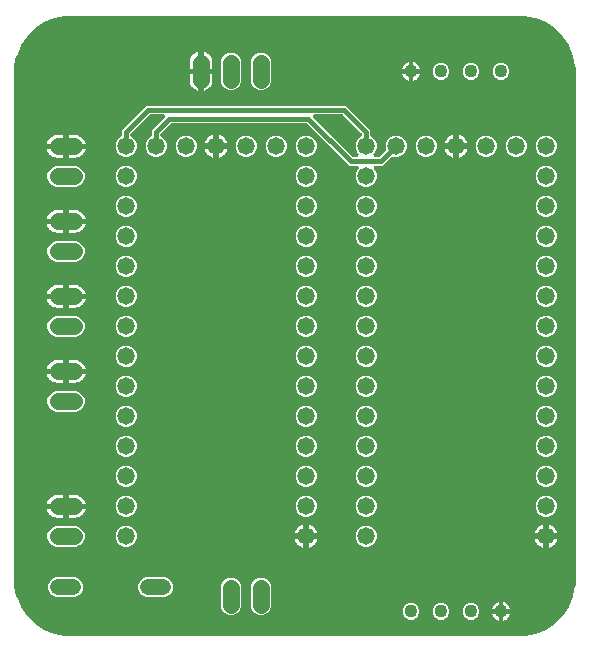
<source format=gbr>
G04 EAGLE Gerber RS-274X export*
G75*
%MOMM*%
%FSLAX34Y34*%
%LPD*%
%INBottom Copper*%
%IPPOS*%
%AMOC8*
5,1,8,0,0,1.08239X$1,22.5*%
G01*
%ADD10C,1.422400*%
%ADD11C,1.473200*%
%ADD12C,1.108000*%
%ADD13C,1.320800*%
%ADD14C,0.706400*%
%ADD15C,0.406400*%

G36*
X460043Y42197D02*
X460043Y42197D01*
X460100Y42195D01*
X464587Y42416D01*
X464658Y42426D01*
X464883Y42452D01*
X473684Y44203D01*
X473716Y44213D01*
X473750Y44217D01*
X474065Y44318D01*
X474069Y44320D01*
X474070Y44320D01*
X482356Y47753D01*
X482385Y47768D01*
X482417Y47779D01*
X482707Y47940D01*
X490168Y52926D01*
X490194Y52947D01*
X490223Y52964D01*
X490476Y53178D01*
X496822Y59524D01*
X496843Y59550D01*
X496868Y59572D01*
X497074Y59832D01*
X502060Y67293D01*
X502076Y67322D01*
X502096Y67349D01*
X502247Y67644D01*
X505682Y75935D01*
X505691Y75965D01*
X505694Y75971D01*
X505695Y75973D01*
X505706Y75997D01*
X505797Y76316D01*
X507548Y85117D01*
X507555Y85189D01*
X507584Y85413D01*
X507805Y89900D01*
X507803Y89944D01*
X507807Y90000D01*
X507807Y520000D01*
X507803Y520043D01*
X507805Y520100D01*
X507584Y524587D01*
X507574Y524658D01*
X507548Y524883D01*
X505797Y533684D01*
X505787Y533716D01*
X505783Y533750D01*
X505682Y534065D01*
X502247Y542356D01*
X502232Y542385D01*
X502221Y542417D01*
X502060Y542707D01*
X497074Y550168D01*
X497053Y550194D01*
X497036Y550223D01*
X496822Y550476D01*
X490476Y556822D01*
X490450Y556843D01*
X490428Y556868D01*
X490168Y557074D01*
X482707Y562060D01*
X482678Y562076D01*
X482651Y562096D01*
X482356Y562247D01*
X474065Y565682D01*
X474033Y565691D01*
X474003Y565706D01*
X473684Y565797D01*
X473680Y565798D01*
X464883Y567548D01*
X464811Y567555D01*
X464587Y567584D01*
X460100Y567805D01*
X460056Y567803D01*
X460000Y567807D01*
X80000Y567807D01*
X79957Y567803D01*
X79900Y567805D01*
X75413Y567584D01*
X75342Y567574D01*
X75117Y567548D01*
X66316Y565797D01*
X66284Y565787D01*
X66250Y565783D01*
X65935Y565682D01*
X65931Y565680D01*
X65930Y565680D01*
X57644Y562247D01*
X57615Y562232D01*
X57583Y562221D01*
X57293Y562060D01*
X49832Y557074D01*
X49806Y557053D01*
X49777Y557036D01*
X49524Y556822D01*
X43178Y550476D01*
X43157Y550450D01*
X43132Y550428D01*
X42926Y550168D01*
X37940Y542707D01*
X37925Y542678D01*
X37904Y542651D01*
X37753Y542356D01*
X34318Y534065D01*
X34309Y534033D01*
X34294Y534003D01*
X34203Y533684D01*
X32452Y524883D01*
X32445Y524811D01*
X32416Y524587D01*
X32195Y520100D01*
X32197Y520056D01*
X32193Y520000D01*
X32193Y90000D01*
X32197Y89957D01*
X32195Y89900D01*
X32416Y85413D01*
X32426Y85342D01*
X32452Y85117D01*
X34203Y76316D01*
X34207Y76302D01*
X34209Y76289D01*
X34214Y76272D01*
X34217Y76250D01*
X34318Y75935D01*
X37753Y67644D01*
X37768Y67615D01*
X37779Y67583D01*
X37940Y67293D01*
X42926Y59832D01*
X42947Y59806D01*
X42964Y59777D01*
X43178Y59524D01*
X49524Y53178D01*
X49550Y53157D01*
X49572Y53132D01*
X49832Y52926D01*
X57293Y47940D01*
X57322Y47925D01*
X57349Y47904D01*
X57644Y47753D01*
X65935Y44318D01*
X65967Y44309D01*
X65997Y44294D01*
X66316Y44203D01*
X66320Y44202D01*
X75117Y42452D01*
X75189Y42445D01*
X75413Y42416D01*
X79900Y42195D01*
X79944Y42197D01*
X80000Y42193D01*
X460000Y42193D01*
X460043Y42197D01*
G37*
%LPC*%
G36*
X328431Y422909D02*
X328431Y422909D01*
X325164Y424263D01*
X322663Y426764D01*
X321309Y430031D01*
X321309Y433569D01*
X322663Y436836D01*
X323302Y437476D01*
X323308Y437483D01*
X323315Y437488D01*
X323435Y437637D01*
X323557Y437787D01*
X323562Y437795D01*
X323567Y437802D01*
X323655Y437972D01*
X323746Y438143D01*
X323749Y438152D01*
X323753Y438159D01*
X323806Y438344D01*
X323861Y438529D01*
X323862Y438538D01*
X323864Y438546D01*
X323880Y438737D01*
X323897Y438930D01*
X323896Y438939D01*
X323897Y438948D01*
X323875Y439137D01*
X323854Y439330D01*
X323851Y439339D01*
X323850Y439347D01*
X323790Y439530D01*
X323732Y439714D01*
X323728Y439722D01*
X323725Y439730D01*
X323631Y439898D01*
X323537Y440066D01*
X323532Y440073D01*
X323527Y440081D01*
X323401Y440227D01*
X323277Y440373D01*
X323270Y440379D01*
X323264Y440386D01*
X323111Y440504D01*
X322961Y440623D01*
X322953Y440627D01*
X322946Y440632D01*
X322773Y440719D01*
X322602Y440805D01*
X322594Y440808D01*
X322586Y440812D01*
X322398Y440862D01*
X322214Y440913D01*
X322205Y440914D01*
X322197Y440916D01*
X321866Y440943D01*
X316027Y440943D01*
X313348Y443622D01*
X280522Y476448D01*
X280501Y476465D01*
X280484Y476486D01*
X280346Y476593D01*
X280210Y476703D01*
X280187Y476716D01*
X280165Y476732D01*
X280008Y476810D01*
X279854Y476892D01*
X279829Y476900D01*
X279805Y476912D01*
X279635Y476957D01*
X279469Y477007D01*
X279442Y477009D01*
X279416Y477016D01*
X279085Y477043D01*
X166115Y477043D01*
X166088Y477041D01*
X166061Y477043D01*
X165887Y477021D01*
X165714Y477003D01*
X165689Y476996D01*
X165662Y476992D01*
X165496Y476937D01*
X165329Y476885D01*
X165306Y476872D01*
X165280Y476864D01*
X165129Y476777D01*
X164975Y476693D01*
X164955Y476676D01*
X164931Y476663D01*
X164678Y476448D01*
X156552Y468322D01*
X156535Y468301D01*
X156514Y468283D01*
X156407Y468146D01*
X156297Y468010D01*
X156284Y467987D01*
X156268Y467965D01*
X156190Y467808D01*
X156108Y467654D01*
X156100Y467629D01*
X156088Y467605D01*
X156043Y467435D01*
X155993Y467269D01*
X155991Y467242D01*
X155984Y467216D01*
X155957Y466885D01*
X155957Y466707D01*
X155958Y466697D01*
X155957Y466688D01*
X155958Y466677D01*
X155957Y466663D01*
X155979Y466485D01*
X155997Y466307D01*
X156003Y466285D01*
X156006Y466263D01*
X156062Y466093D01*
X156115Y465922D01*
X156125Y465902D01*
X156132Y465881D01*
X156221Y465725D01*
X156307Y465568D01*
X156321Y465551D01*
X156332Y465531D01*
X156450Y465395D01*
X156564Y465258D01*
X156582Y465244D01*
X156596Y465228D01*
X156739Y465118D01*
X156878Y465006D01*
X156898Y464996D01*
X156916Y464982D01*
X157211Y464831D01*
X157436Y464737D01*
X159937Y462236D01*
X161291Y458969D01*
X161291Y455431D01*
X159937Y452164D01*
X157436Y449663D01*
X154169Y448309D01*
X150631Y448309D01*
X147364Y449663D01*
X144863Y452164D01*
X143509Y455431D01*
X143509Y458969D01*
X144863Y462236D01*
X147364Y464737D01*
X147589Y464831D01*
X147609Y464841D01*
X147630Y464848D01*
X147786Y464936D01*
X147944Y465021D01*
X147961Y465035D01*
X147981Y465046D01*
X148116Y465163D01*
X148255Y465277D01*
X148269Y465295D01*
X148286Y465309D01*
X148395Y465451D01*
X148508Y465590D01*
X148519Y465610D01*
X148532Y465627D01*
X148612Y465788D01*
X148695Y465946D01*
X148702Y465968D01*
X148712Y465988D01*
X148758Y466160D01*
X148808Y466333D01*
X148810Y466355D01*
X148816Y466377D01*
X148843Y466707D01*
X148843Y470673D01*
X151522Y473352D01*
X159334Y481164D01*
X159339Y481171D01*
X159346Y481176D01*
X159467Y481326D01*
X159589Y481475D01*
X159593Y481483D01*
X159599Y481490D01*
X159687Y481660D01*
X159777Y481831D01*
X159780Y481840D01*
X159784Y481847D01*
X159837Y482032D01*
X159892Y482217D01*
X159893Y482226D01*
X159895Y482234D01*
X159911Y482426D01*
X159929Y482618D01*
X159928Y482627D01*
X159928Y482636D01*
X159906Y482825D01*
X159885Y483018D01*
X159882Y483027D01*
X159881Y483035D01*
X159822Y483217D01*
X159764Y483402D01*
X159759Y483410D01*
X159757Y483418D01*
X159662Y483587D01*
X159569Y483754D01*
X159563Y483761D01*
X159559Y483769D01*
X159433Y483915D01*
X159308Y484061D01*
X159301Y484067D01*
X159296Y484074D01*
X159144Y484191D01*
X158992Y484311D01*
X158984Y484315D01*
X158977Y484320D01*
X158805Y484406D01*
X158634Y484493D01*
X158625Y484496D01*
X158617Y484500D01*
X158430Y484550D01*
X158246Y484601D01*
X158237Y484602D01*
X158228Y484604D01*
X157897Y484631D01*
X148257Y484631D01*
X148230Y484629D01*
X148203Y484631D01*
X148029Y484609D01*
X147856Y484591D01*
X147830Y484584D01*
X147804Y484580D01*
X147638Y484525D01*
X147471Y484473D01*
X147447Y484460D01*
X147422Y484452D01*
X147270Y484365D01*
X147117Y484281D01*
X147097Y484264D01*
X147073Y484251D01*
X146820Y484036D01*
X131152Y468368D01*
X131135Y468347D01*
X131114Y468330D01*
X131007Y468192D01*
X130897Y468056D01*
X130884Y468033D01*
X130868Y468011D01*
X130790Y467855D01*
X130708Y467701D01*
X130700Y467675D01*
X130688Y467651D01*
X130643Y467482D01*
X130593Y467315D01*
X130591Y467288D01*
X130584Y467262D01*
X130557Y466931D01*
X130557Y466707D01*
X130558Y466697D01*
X130557Y466688D01*
X130558Y466677D01*
X130557Y466663D01*
X130579Y466485D01*
X130597Y466307D01*
X130603Y466285D01*
X130606Y466263D01*
X130662Y466093D01*
X130715Y465922D01*
X130725Y465902D01*
X130732Y465881D01*
X130821Y465725D01*
X130907Y465568D01*
X130921Y465551D01*
X130932Y465531D01*
X131050Y465395D01*
X131164Y465258D01*
X131182Y465244D01*
X131196Y465228D01*
X131339Y465118D01*
X131478Y465006D01*
X131498Y464996D01*
X131516Y464982D01*
X131811Y464831D01*
X132036Y464737D01*
X134537Y462236D01*
X135891Y458969D01*
X135891Y455431D01*
X134537Y452164D01*
X132036Y449663D01*
X128769Y448309D01*
X125231Y448309D01*
X121964Y449663D01*
X119463Y452164D01*
X118109Y455431D01*
X118109Y458969D01*
X119463Y462236D01*
X121964Y464737D01*
X122189Y464831D01*
X122209Y464841D01*
X122230Y464848D01*
X122386Y464936D01*
X122544Y465021D01*
X122561Y465035D01*
X122581Y465046D01*
X122716Y465163D01*
X122855Y465277D01*
X122869Y465295D01*
X122886Y465309D01*
X122995Y465451D01*
X123108Y465590D01*
X123119Y465610D01*
X123132Y465627D01*
X123212Y465788D01*
X123295Y465946D01*
X123302Y465968D01*
X123312Y465988D01*
X123358Y466160D01*
X123408Y466333D01*
X123410Y466355D01*
X123416Y466377D01*
X123443Y466707D01*
X123443Y470719D01*
X144469Y491745D01*
X313188Y491745D01*
X333757Y471176D01*
X333757Y466707D01*
X333758Y466697D01*
X333757Y466688D01*
X333758Y466677D01*
X333757Y466663D01*
X333779Y466485D01*
X333797Y466307D01*
X333803Y466285D01*
X333806Y466263D01*
X333862Y466093D01*
X333915Y465922D01*
X333925Y465902D01*
X333932Y465881D01*
X334021Y465725D01*
X334107Y465568D01*
X334121Y465551D01*
X334132Y465531D01*
X334250Y465395D01*
X334364Y465258D01*
X334382Y465244D01*
X334396Y465228D01*
X334539Y465118D01*
X334678Y465006D01*
X334698Y464996D01*
X334716Y464982D01*
X335011Y464831D01*
X335236Y464737D01*
X337737Y462236D01*
X339091Y458969D01*
X339091Y455431D01*
X337737Y452164D01*
X337098Y451524D01*
X337092Y451517D01*
X337085Y451512D01*
X336965Y451363D01*
X336843Y451213D01*
X336838Y451205D01*
X336833Y451198D01*
X336745Y451028D01*
X336654Y450857D01*
X336651Y450848D01*
X336647Y450841D01*
X336594Y450656D01*
X336539Y450471D01*
X336538Y450462D01*
X336536Y450454D01*
X336520Y450263D01*
X336503Y450070D01*
X336504Y450061D01*
X336503Y450052D01*
X336525Y449863D01*
X336546Y449670D01*
X336549Y449661D01*
X336550Y449653D01*
X336610Y449470D01*
X336668Y449286D01*
X336672Y449278D01*
X336675Y449270D01*
X336770Y449101D01*
X336863Y448934D01*
X336868Y448927D01*
X336873Y448919D01*
X336999Y448773D01*
X337123Y448627D01*
X337130Y448621D01*
X337136Y448614D01*
X337289Y448496D01*
X337439Y448377D01*
X337447Y448373D01*
X337454Y448368D01*
X337627Y448281D01*
X337798Y448195D01*
X337806Y448192D01*
X337814Y448188D01*
X338002Y448138D01*
X338186Y448087D01*
X338195Y448086D01*
X338203Y448084D01*
X338534Y448057D01*
X340585Y448057D01*
X340612Y448059D01*
X340639Y448057D01*
X340813Y448079D01*
X340986Y448097D01*
X341011Y448104D01*
X341038Y448108D01*
X341204Y448163D01*
X341371Y448215D01*
X341395Y448228D01*
X341420Y448236D01*
X341571Y448323D01*
X341725Y448407D01*
X341745Y448424D01*
X341769Y448437D01*
X342022Y448652D01*
X346362Y452992D01*
X346377Y453010D01*
X346394Y453024D01*
X346504Y453165D01*
X346617Y453304D01*
X346628Y453324D01*
X346642Y453341D01*
X346722Y453501D01*
X346806Y453660D01*
X346812Y453681D01*
X346822Y453701D01*
X346870Y453874D01*
X346921Y454045D01*
X346923Y454068D01*
X346929Y454089D01*
X346941Y454267D01*
X346957Y454446D01*
X346955Y454469D01*
X346956Y454491D01*
X346933Y454668D01*
X346914Y454847D01*
X346907Y454868D01*
X346904Y454890D01*
X346803Y455206D01*
X346709Y455432D01*
X346709Y458969D01*
X348063Y462236D01*
X350564Y464737D01*
X353831Y466091D01*
X357369Y466091D01*
X360636Y464737D01*
X363137Y462236D01*
X364491Y458969D01*
X364491Y455431D01*
X363137Y452164D01*
X360636Y449663D01*
X357369Y448309D01*
X353832Y448309D01*
X353606Y448403D01*
X353585Y448409D01*
X353565Y448419D01*
X353392Y448467D01*
X353221Y448519D01*
X353198Y448521D01*
X353177Y448527D01*
X352997Y448540D01*
X352820Y448557D01*
X352798Y448555D01*
X352775Y448557D01*
X352597Y448534D01*
X352419Y448516D01*
X352398Y448509D01*
X352376Y448506D01*
X352206Y448449D01*
X352035Y448396D01*
X352015Y448385D01*
X351994Y448378D01*
X351839Y448289D01*
X351682Y448203D01*
X351665Y448188D01*
X351645Y448177D01*
X351392Y447962D01*
X344373Y440943D01*
X338534Y440943D01*
X338525Y440942D01*
X338516Y440943D01*
X338324Y440922D01*
X338133Y440903D01*
X338125Y440901D01*
X338116Y440900D01*
X337934Y440842D01*
X337748Y440785D01*
X337741Y440781D01*
X337732Y440778D01*
X337564Y440685D01*
X337394Y440593D01*
X337388Y440588D01*
X337380Y440583D01*
X337232Y440458D01*
X337085Y440336D01*
X337080Y440329D01*
X337073Y440323D01*
X336953Y440171D01*
X336833Y440022D01*
X336829Y440014D01*
X336823Y440007D01*
X336735Y439834D01*
X336647Y439665D01*
X336645Y439656D01*
X336641Y439648D01*
X336589Y439463D01*
X336536Y439278D01*
X336535Y439269D01*
X336533Y439260D01*
X336519Y439068D01*
X336503Y438876D01*
X336504Y438868D01*
X336503Y438859D01*
X336528Y438667D01*
X336550Y438477D01*
X336553Y438468D01*
X336554Y438459D01*
X336615Y438277D01*
X336675Y438094D01*
X336679Y438086D01*
X336682Y438078D01*
X336778Y437910D01*
X336873Y437743D01*
X336879Y437736D01*
X336883Y437729D01*
X337098Y437476D01*
X337737Y436836D01*
X339091Y433569D01*
X339091Y430031D01*
X337737Y426764D01*
X335236Y424263D01*
X331969Y422909D01*
X328431Y422909D01*
G37*
%LPD*%
G36*
X321875Y448058D02*
X321875Y448058D01*
X321884Y448057D01*
X322076Y448078D01*
X322267Y448097D01*
X322275Y448099D01*
X322284Y448100D01*
X322466Y448158D01*
X322652Y448215D01*
X322659Y448219D01*
X322668Y448222D01*
X322836Y448315D01*
X323006Y448407D01*
X323012Y448412D01*
X323020Y448417D01*
X323168Y448542D01*
X323315Y448664D01*
X323320Y448671D01*
X323327Y448677D01*
X323447Y448829D01*
X323567Y448978D01*
X323571Y448986D01*
X323577Y448993D01*
X323665Y449166D01*
X323753Y449335D01*
X323755Y449344D01*
X323759Y449352D01*
X323811Y449537D01*
X323864Y449722D01*
X323865Y449731D01*
X323867Y449740D01*
X323881Y449930D01*
X323897Y450124D01*
X323896Y450132D01*
X323897Y450141D01*
X323872Y450333D01*
X323850Y450523D01*
X323847Y450532D01*
X323846Y450541D01*
X323785Y450723D01*
X323725Y450906D01*
X323721Y450914D01*
X323718Y450922D01*
X323622Y451090D01*
X323527Y451257D01*
X323521Y451264D01*
X323517Y451271D01*
X323302Y451524D01*
X322663Y452164D01*
X321309Y455431D01*
X321309Y458969D01*
X322663Y462236D01*
X325164Y464737D01*
X325389Y464831D01*
X325409Y464841D01*
X325430Y464848D01*
X325586Y464936D01*
X325744Y465021D01*
X325761Y465035D01*
X325781Y465046D01*
X325916Y465163D01*
X326055Y465277D01*
X326069Y465295D01*
X326086Y465309D01*
X326195Y465451D01*
X326308Y465590D01*
X326319Y465610D01*
X326332Y465627D01*
X326412Y465788D01*
X326495Y465946D01*
X326502Y465968D01*
X326512Y465988D01*
X326558Y466160D01*
X326608Y466333D01*
X326610Y466355D01*
X326616Y466377D01*
X326643Y466707D01*
X326643Y467388D01*
X326641Y467415D01*
X326643Y467441D01*
X326621Y467615D01*
X326603Y467789D01*
X326596Y467814D01*
X326592Y467841D01*
X326537Y468006D01*
X326485Y468174D01*
X326472Y468197D01*
X326464Y468222D01*
X326377Y468374D01*
X326293Y468528D01*
X326276Y468548D01*
X326263Y468571D01*
X326048Y468824D01*
X310836Y484036D01*
X310816Y484053D01*
X310798Y484074D01*
X310660Y484181D01*
X310525Y484291D01*
X310501Y484304D01*
X310480Y484320D01*
X310323Y484398D01*
X310169Y484480D01*
X310144Y484488D01*
X310120Y484500D01*
X309950Y484545D01*
X309783Y484595D01*
X309757Y484597D01*
X309731Y484604D01*
X309400Y484631D01*
X287303Y484631D01*
X287294Y484630D01*
X287285Y484631D01*
X287091Y484610D01*
X286902Y484591D01*
X286894Y484589D01*
X286885Y484588D01*
X286700Y484529D01*
X286517Y484473D01*
X286509Y484469D01*
X286501Y484466D01*
X286332Y484373D01*
X286163Y484281D01*
X286156Y484276D01*
X286148Y484271D01*
X286001Y484147D01*
X285854Y484024D01*
X285848Y484017D01*
X285841Y484011D01*
X285722Y483859D01*
X285601Y483710D01*
X285597Y483702D01*
X285592Y483695D01*
X285504Y483522D01*
X285416Y483353D01*
X285413Y483344D01*
X285409Y483336D01*
X285357Y483150D01*
X285305Y482966D01*
X285304Y482957D01*
X285301Y482948D01*
X285287Y482755D01*
X285272Y482564D01*
X285273Y482556D01*
X285272Y482547D01*
X285296Y482354D01*
X285319Y482165D01*
X285321Y482156D01*
X285322Y482147D01*
X285384Y481965D01*
X285443Y481782D01*
X285448Y481774D01*
X285451Y481766D01*
X285547Y481599D01*
X285641Y481431D01*
X285647Y481424D01*
X285652Y481417D01*
X285866Y481164D01*
X318378Y448652D01*
X318399Y448635D01*
X318417Y448614D01*
X318554Y448507D01*
X318690Y448397D01*
X318713Y448384D01*
X318735Y448368D01*
X318892Y448290D01*
X319046Y448208D01*
X319071Y448200D01*
X319095Y448188D01*
X319265Y448143D01*
X319431Y448093D01*
X319458Y448091D01*
X319484Y448084D01*
X319815Y448057D01*
X321866Y448057D01*
X321875Y448058D01*
G37*
%LPC*%
G36*
X67370Y359663D02*
X67370Y359663D01*
X64196Y360978D01*
X61766Y363408D01*
X60451Y366582D01*
X60451Y370018D01*
X61766Y373192D01*
X64196Y375622D01*
X67370Y376937D01*
X85030Y376937D01*
X88204Y375622D01*
X90634Y373192D01*
X91949Y370018D01*
X91949Y366582D01*
X90634Y363408D01*
X88204Y360978D01*
X85030Y359663D01*
X67370Y359663D01*
G37*
%LPD*%
%LPC*%
G36*
X67370Y232663D02*
X67370Y232663D01*
X64196Y233978D01*
X61766Y236408D01*
X60451Y239582D01*
X60451Y243018D01*
X61766Y246192D01*
X64196Y248622D01*
X67370Y249937D01*
X85030Y249937D01*
X88204Y248622D01*
X90634Y246192D01*
X91949Y243018D01*
X91949Y239582D01*
X90634Y236408D01*
X88204Y233978D01*
X85030Y232663D01*
X67370Y232663D01*
G37*
%LPD*%
%LPC*%
G36*
X214182Y60451D02*
X214182Y60451D01*
X211008Y61766D01*
X208578Y64196D01*
X207263Y67370D01*
X207263Y85030D01*
X208578Y88204D01*
X211008Y90634D01*
X214182Y91949D01*
X217618Y91949D01*
X220792Y90634D01*
X223222Y88204D01*
X224537Y85030D01*
X224537Y67370D01*
X223222Y64196D01*
X220792Y61766D01*
X217618Y60451D01*
X214182Y60451D01*
G37*
%LPD*%
%LPC*%
G36*
X239582Y60451D02*
X239582Y60451D01*
X236408Y61766D01*
X233978Y64196D01*
X232663Y67370D01*
X232663Y85030D01*
X233978Y88204D01*
X236408Y90634D01*
X239582Y91949D01*
X243018Y91949D01*
X246192Y90634D01*
X248622Y88204D01*
X249937Y85030D01*
X249937Y67370D01*
X248622Y64196D01*
X246192Y61766D01*
X243018Y60451D01*
X239582Y60451D01*
G37*
%LPD*%
%LPC*%
G36*
X67370Y423163D02*
X67370Y423163D01*
X64196Y424478D01*
X61766Y426908D01*
X60451Y430082D01*
X60451Y433518D01*
X61766Y436692D01*
X64196Y439122D01*
X67370Y440437D01*
X85030Y440437D01*
X88204Y439122D01*
X90634Y436692D01*
X91949Y433518D01*
X91949Y430082D01*
X90634Y426908D01*
X88204Y424478D01*
X85030Y423163D01*
X67370Y423163D01*
G37*
%LPD*%
%LPC*%
G36*
X67370Y296163D02*
X67370Y296163D01*
X64196Y297478D01*
X61766Y299908D01*
X60451Y303082D01*
X60451Y306518D01*
X61766Y309692D01*
X64196Y312122D01*
X65125Y312507D01*
X65126Y312507D01*
X67370Y313437D01*
X85030Y313437D01*
X88204Y312122D01*
X90634Y309692D01*
X91949Y306518D01*
X91949Y303082D01*
X90634Y299908D01*
X88204Y297478D01*
X85030Y296163D01*
X67370Y296163D01*
G37*
%LPD*%
%LPC*%
G36*
X67370Y118363D02*
X67370Y118363D01*
X64196Y119678D01*
X61766Y122108D01*
X60451Y125282D01*
X60451Y128718D01*
X61766Y131892D01*
X64196Y134322D01*
X67370Y135637D01*
X85030Y135637D01*
X88204Y134322D01*
X90634Y131892D01*
X91949Y128718D01*
X91949Y125282D01*
X90634Y122108D01*
X88204Y119678D01*
X87104Y119222D01*
X85030Y118363D01*
X67370Y118363D01*
G37*
%LPD*%
%LPC*%
G36*
X214182Y504951D02*
X214182Y504951D01*
X211008Y506266D01*
X208578Y508696D01*
X207263Y511870D01*
X207263Y529530D01*
X208578Y532704D01*
X211008Y535134D01*
X212965Y535944D01*
X212965Y535945D01*
X214182Y536449D01*
X217618Y536449D01*
X220792Y535134D01*
X223222Y532704D01*
X224537Y529530D01*
X224537Y511870D01*
X223222Y508696D01*
X220792Y506266D01*
X217618Y504951D01*
X214182Y504951D01*
G37*
%LPD*%
%LPC*%
G36*
X239582Y504951D02*
X239582Y504951D01*
X236408Y506266D01*
X233978Y508696D01*
X232663Y511870D01*
X232663Y529530D01*
X233978Y532704D01*
X236408Y535134D01*
X238365Y535944D01*
X238365Y535945D01*
X239582Y536449D01*
X243018Y536449D01*
X246192Y535134D01*
X248622Y532704D01*
X249937Y529530D01*
X249937Y511870D01*
X248622Y508696D01*
X246192Y506266D01*
X243018Y504951D01*
X239582Y504951D01*
G37*
%LPD*%
%LPC*%
G36*
X67679Y75871D02*
X67679Y75871D01*
X64691Y77109D01*
X62405Y79395D01*
X61167Y82383D01*
X61167Y85617D01*
X62405Y88605D01*
X64691Y90891D01*
X67679Y92129D01*
X84121Y92129D01*
X87109Y90891D01*
X89395Y88605D01*
X90633Y85617D01*
X90633Y82383D01*
X89395Y79395D01*
X87109Y77109D01*
X84121Y75871D01*
X67679Y75871D01*
G37*
%LPD*%
%LPC*%
G36*
X143879Y75871D02*
X143879Y75871D01*
X140891Y77109D01*
X138605Y79395D01*
X137367Y82383D01*
X137367Y85617D01*
X138605Y88605D01*
X140891Y90891D01*
X143879Y92129D01*
X160321Y92129D01*
X163309Y90891D01*
X165595Y88605D01*
X166833Y85617D01*
X166833Y82383D01*
X165595Y79395D01*
X163309Y77109D01*
X160321Y75871D01*
X143879Y75871D01*
G37*
%LPD*%
%LPC*%
G36*
X480831Y397509D02*
X480831Y397509D01*
X477564Y398863D01*
X475063Y401364D01*
X473709Y404631D01*
X473709Y408169D01*
X475063Y411436D01*
X477564Y413937D01*
X477883Y414069D01*
X477883Y414070D01*
X480831Y415291D01*
X484369Y415291D01*
X487636Y413937D01*
X490137Y411436D01*
X491491Y408169D01*
X491491Y404631D01*
X490137Y401364D01*
X487636Y398863D01*
X484369Y397509D01*
X480831Y397509D01*
G37*
%LPD*%
%LPC*%
G36*
X328431Y397509D02*
X328431Y397509D01*
X325164Y398863D01*
X322663Y401364D01*
X321309Y404631D01*
X321309Y408169D01*
X322663Y411436D01*
X325164Y413937D01*
X325483Y414069D01*
X325483Y414070D01*
X328431Y415291D01*
X331969Y415291D01*
X335236Y413937D01*
X337737Y411436D01*
X339091Y408169D01*
X339091Y404631D01*
X337737Y401364D01*
X335236Y398863D01*
X331969Y397509D01*
X328431Y397509D01*
G37*
%LPD*%
%LPC*%
G36*
X277631Y397509D02*
X277631Y397509D01*
X274364Y398863D01*
X271863Y401364D01*
X270509Y404631D01*
X270509Y408169D01*
X271863Y411436D01*
X274364Y413937D01*
X274683Y414069D01*
X274683Y414070D01*
X277631Y415291D01*
X281169Y415291D01*
X284436Y413937D01*
X286937Y411436D01*
X288291Y408169D01*
X288291Y404631D01*
X286937Y401364D01*
X284436Y398863D01*
X281169Y397509D01*
X277631Y397509D01*
G37*
%LPD*%
%LPC*%
G36*
X125231Y397509D02*
X125231Y397509D01*
X121964Y398863D01*
X119463Y401364D01*
X118109Y404631D01*
X118109Y408169D01*
X119463Y411436D01*
X121964Y413937D01*
X122283Y414069D01*
X122283Y414070D01*
X125231Y415291D01*
X128769Y415291D01*
X132036Y413937D01*
X134537Y411436D01*
X135891Y408169D01*
X135891Y404631D01*
X134537Y401364D01*
X132036Y398863D01*
X128769Y397509D01*
X125231Y397509D01*
G37*
%LPD*%
%LPC*%
G36*
X480831Y422909D02*
X480831Y422909D01*
X477564Y424263D01*
X475063Y426764D01*
X473709Y430031D01*
X473709Y433569D01*
X475063Y436836D01*
X477564Y439337D01*
X480831Y440691D01*
X484369Y440691D01*
X487636Y439337D01*
X490137Y436836D01*
X491491Y433569D01*
X491491Y430031D01*
X490137Y426764D01*
X487636Y424263D01*
X484369Y422909D01*
X480831Y422909D01*
G37*
%LPD*%
%LPC*%
G36*
X277631Y422909D02*
X277631Y422909D01*
X274364Y424263D01*
X271863Y426764D01*
X270509Y430031D01*
X270509Y433569D01*
X271863Y436836D01*
X274364Y439337D01*
X277631Y440691D01*
X281169Y440691D01*
X284436Y439337D01*
X286937Y436836D01*
X288291Y433569D01*
X288291Y430031D01*
X286937Y426764D01*
X284436Y424263D01*
X281169Y422909D01*
X277631Y422909D01*
G37*
%LPD*%
%LPC*%
G36*
X125231Y422909D02*
X125231Y422909D01*
X121964Y424263D01*
X119463Y426764D01*
X118109Y430031D01*
X118109Y433569D01*
X119463Y436836D01*
X121964Y439337D01*
X125231Y440691D01*
X128769Y440691D01*
X132036Y439337D01*
X134537Y436836D01*
X135891Y433569D01*
X135891Y430031D01*
X134537Y426764D01*
X132036Y424263D01*
X128769Y422909D01*
X125231Y422909D01*
G37*
%LPD*%
%LPC*%
G36*
X277631Y143509D02*
X277631Y143509D01*
X274364Y144863D01*
X271863Y147364D01*
X270509Y150631D01*
X270509Y154169D01*
X271863Y157436D01*
X274364Y159937D01*
X277631Y161291D01*
X281169Y161291D01*
X284436Y159937D01*
X286937Y157436D01*
X288291Y154169D01*
X288291Y150631D01*
X286937Y147364D01*
X284436Y144863D01*
X281169Y143509D01*
X277631Y143509D01*
G37*
%LPD*%
%LPC*%
G36*
X125231Y143509D02*
X125231Y143509D01*
X121964Y144863D01*
X119463Y147364D01*
X118109Y150631D01*
X118109Y154169D01*
X119463Y157436D01*
X121964Y159937D01*
X125231Y161291D01*
X128769Y161291D01*
X132036Y159937D01*
X134537Y157436D01*
X135891Y154169D01*
X135891Y150631D01*
X134537Y147364D01*
X132036Y144863D01*
X128769Y143509D01*
X125231Y143509D01*
G37*
%LPD*%
%LPC*%
G36*
X125231Y321309D02*
X125231Y321309D01*
X121964Y322663D01*
X119463Y325164D01*
X118109Y328431D01*
X118109Y331969D01*
X119463Y335236D01*
X121964Y337737D01*
X125231Y339091D01*
X128769Y339091D01*
X132036Y337737D01*
X134537Y335236D01*
X135891Y331969D01*
X135891Y328431D01*
X134537Y325164D01*
X132036Y322663D01*
X128769Y321309D01*
X125231Y321309D01*
G37*
%LPD*%
%LPC*%
G36*
X480831Y346709D02*
X480831Y346709D01*
X477564Y348063D01*
X475063Y350564D01*
X473709Y353831D01*
X473709Y357369D01*
X475063Y360636D01*
X477564Y363137D01*
X480831Y364491D01*
X484369Y364491D01*
X487636Y363137D01*
X490137Y360636D01*
X491491Y357369D01*
X491491Y353831D01*
X490137Y350564D01*
X487636Y348063D01*
X484369Y346709D01*
X480831Y346709D01*
G37*
%LPD*%
%LPC*%
G36*
X328431Y346709D02*
X328431Y346709D01*
X325164Y348063D01*
X322663Y350564D01*
X321309Y353831D01*
X321309Y357369D01*
X322663Y360636D01*
X325164Y363137D01*
X328431Y364491D01*
X331969Y364491D01*
X335236Y363137D01*
X337737Y360636D01*
X339091Y357369D01*
X339091Y353831D01*
X337737Y350564D01*
X335236Y348063D01*
X331969Y346709D01*
X328431Y346709D01*
G37*
%LPD*%
%LPC*%
G36*
X277631Y346709D02*
X277631Y346709D01*
X274364Y348063D01*
X271863Y350564D01*
X270509Y353831D01*
X270509Y357369D01*
X271863Y360636D01*
X274364Y363137D01*
X277631Y364491D01*
X281169Y364491D01*
X284436Y363137D01*
X286937Y360636D01*
X288291Y357369D01*
X288291Y353831D01*
X286937Y350564D01*
X284436Y348063D01*
X281169Y346709D01*
X277631Y346709D01*
G37*
%LPD*%
%LPC*%
G36*
X125231Y346709D02*
X125231Y346709D01*
X121964Y348063D01*
X119463Y350564D01*
X118109Y353831D01*
X118109Y357369D01*
X119463Y360636D01*
X121964Y363137D01*
X125231Y364491D01*
X128769Y364491D01*
X132036Y363137D01*
X134537Y360636D01*
X135891Y357369D01*
X135891Y353831D01*
X134537Y350564D01*
X132036Y348063D01*
X128769Y346709D01*
X125231Y346709D01*
G37*
%LPD*%
%LPC*%
G36*
X480831Y321309D02*
X480831Y321309D01*
X477564Y322663D01*
X475063Y325164D01*
X473709Y328431D01*
X473709Y331969D01*
X475063Y335236D01*
X477564Y337737D01*
X480831Y339091D01*
X484369Y339091D01*
X487636Y337737D01*
X490137Y335236D01*
X491491Y331969D01*
X491491Y328431D01*
X490137Y325164D01*
X487636Y322663D01*
X484369Y321309D01*
X480831Y321309D01*
G37*
%LPD*%
%LPC*%
G36*
X328431Y321309D02*
X328431Y321309D01*
X325164Y322663D01*
X322663Y325164D01*
X321309Y328431D01*
X321309Y331969D01*
X322663Y335236D01*
X325164Y337737D01*
X328431Y339091D01*
X331969Y339091D01*
X335236Y337737D01*
X337737Y335236D01*
X339091Y331969D01*
X339091Y328431D01*
X337737Y325164D01*
X335236Y322663D01*
X331969Y321309D01*
X328431Y321309D01*
G37*
%LPD*%
%LPC*%
G36*
X277631Y321309D02*
X277631Y321309D01*
X274364Y322663D01*
X271863Y325164D01*
X270509Y328431D01*
X270509Y331969D01*
X271863Y335236D01*
X274364Y337737D01*
X277631Y339091D01*
X281169Y339091D01*
X284436Y337737D01*
X286937Y335236D01*
X288291Y331969D01*
X288291Y328431D01*
X286937Y325164D01*
X284436Y322663D01*
X281169Y321309D01*
X277631Y321309D01*
G37*
%LPD*%
%LPC*%
G36*
X125231Y168909D02*
X125231Y168909D01*
X121964Y170263D01*
X119463Y172764D01*
X118109Y176031D01*
X118109Y179569D01*
X119463Y182836D01*
X121964Y185337D01*
X125231Y186691D01*
X128769Y186691D01*
X132036Y185337D01*
X134537Y182836D01*
X135891Y179569D01*
X135891Y176031D01*
X134537Y172764D01*
X132036Y170263D01*
X128769Y168909D01*
X125231Y168909D01*
G37*
%LPD*%
%LPC*%
G36*
X480831Y245109D02*
X480831Y245109D01*
X477564Y246463D01*
X475063Y248964D01*
X473709Y252231D01*
X473709Y255769D01*
X475063Y259036D01*
X477564Y261537D01*
X480831Y262891D01*
X484369Y262891D01*
X487636Y261537D01*
X490137Y259036D01*
X491491Y255769D01*
X491491Y252231D01*
X490137Y248964D01*
X487636Y246463D01*
X484369Y245109D01*
X480831Y245109D01*
G37*
%LPD*%
%LPC*%
G36*
X328431Y245109D02*
X328431Y245109D01*
X325164Y246463D01*
X322663Y248964D01*
X321309Y252231D01*
X321309Y255769D01*
X322663Y259036D01*
X325164Y261537D01*
X328431Y262891D01*
X331969Y262891D01*
X335236Y261537D01*
X337737Y259036D01*
X339091Y255769D01*
X339091Y252231D01*
X337737Y248964D01*
X335236Y246463D01*
X331969Y245109D01*
X328431Y245109D01*
G37*
%LPD*%
%LPC*%
G36*
X277631Y245109D02*
X277631Y245109D01*
X274364Y246463D01*
X271863Y248964D01*
X270509Y252231D01*
X270509Y255769D01*
X271863Y259036D01*
X274364Y261537D01*
X277631Y262891D01*
X281169Y262891D01*
X284436Y261537D01*
X286937Y259036D01*
X288291Y255769D01*
X288291Y252231D01*
X286937Y248964D01*
X284436Y246463D01*
X281169Y245109D01*
X277631Y245109D01*
G37*
%LPD*%
%LPC*%
G36*
X252231Y448309D02*
X252231Y448309D01*
X248964Y449663D01*
X246463Y452164D01*
X245109Y455431D01*
X245109Y458969D01*
X246463Y462236D01*
X248964Y464737D01*
X252231Y466091D01*
X255769Y466091D01*
X259036Y464737D01*
X261537Y462236D01*
X262891Y458969D01*
X262891Y455431D01*
X261537Y452164D01*
X259036Y449663D01*
X255769Y448309D01*
X252231Y448309D01*
G37*
%LPD*%
%LPC*%
G36*
X226831Y448309D02*
X226831Y448309D01*
X223564Y449663D01*
X221063Y452164D01*
X219709Y455431D01*
X219709Y458969D01*
X221063Y462236D01*
X223564Y464737D01*
X226831Y466091D01*
X230369Y466091D01*
X233636Y464737D01*
X236137Y462236D01*
X237491Y458969D01*
X237491Y455431D01*
X236137Y452164D01*
X233636Y449663D01*
X230369Y448309D01*
X226831Y448309D01*
G37*
%LPD*%
%LPC*%
G36*
X480831Y448309D02*
X480831Y448309D01*
X477564Y449663D01*
X475063Y452164D01*
X473709Y455431D01*
X473709Y458969D01*
X475063Y462236D01*
X477564Y464737D01*
X480831Y466091D01*
X484369Y466091D01*
X487636Y464737D01*
X490137Y462236D01*
X491491Y458969D01*
X491491Y455431D01*
X490137Y452164D01*
X487636Y449663D01*
X484369Y448309D01*
X480831Y448309D01*
G37*
%LPD*%
%LPC*%
G36*
X277631Y448309D02*
X277631Y448309D01*
X274364Y449663D01*
X271863Y452164D01*
X270509Y455431D01*
X270509Y458969D01*
X271863Y462236D01*
X274364Y464737D01*
X277631Y466091D01*
X281169Y466091D01*
X284436Y464737D01*
X286937Y462236D01*
X288291Y458969D01*
X288291Y455431D01*
X286937Y452164D01*
X284436Y449663D01*
X281169Y448309D01*
X277631Y448309D01*
G37*
%LPD*%
%LPC*%
G36*
X176031Y448309D02*
X176031Y448309D01*
X172764Y449663D01*
X170263Y452164D01*
X168909Y455431D01*
X168909Y458969D01*
X170263Y462236D01*
X172764Y464737D01*
X176031Y466091D01*
X179569Y466091D01*
X182836Y464737D01*
X185337Y462236D01*
X186691Y458969D01*
X186691Y455431D01*
X185337Y452164D01*
X182836Y449663D01*
X179569Y448309D01*
X176031Y448309D01*
G37*
%LPD*%
%LPC*%
G36*
X455431Y448309D02*
X455431Y448309D01*
X452164Y449663D01*
X449663Y452164D01*
X448309Y455431D01*
X448309Y458969D01*
X449663Y462236D01*
X452164Y464737D01*
X455431Y466091D01*
X458969Y466091D01*
X462236Y464737D01*
X464737Y462236D01*
X466091Y458969D01*
X466091Y455431D01*
X464737Y452164D01*
X462236Y449663D01*
X458969Y448309D01*
X455431Y448309D01*
G37*
%LPD*%
%LPC*%
G36*
X430031Y448309D02*
X430031Y448309D01*
X426764Y449663D01*
X424263Y452164D01*
X422909Y455431D01*
X422909Y458969D01*
X424263Y462236D01*
X426764Y464737D01*
X430031Y466091D01*
X433569Y466091D01*
X436836Y464737D01*
X439337Y462236D01*
X440691Y458969D01*
X440691Y455431D01*
X439337Y452164D01*
X436836Y449663D01*
X433569Y448309D01*
X430031Y448309D01*
G37*
%LPD*%
%LPC*%
G36*
X379231Y448309D02*
X379231Y448309D01*
X375964Y449663D01*
X373463Y452164D01*
X372109Y455431D01*
X372109Y458969D01*
X373463Y462236D01*
X375964Y464737D01*
X379231Y466091D01*
X382769Y466091D01*
X386036Y464737D01*
X388537Y462236D01*
X389891Y458969D01*
X389891Y455431D01*
X388537Y452164D01*
X386036Y449663D01*
X382769Y448309D01*
X379231Y448309D01*
G37*
%LPD*%
%LPC*%
G36*
X125231Y245109D02*
X125231Y245109D01*
X121964Y246463D01*
X119463Y248964D01*
X118109Y252231D01*
X118109Y255769D01*
X119463Y259036D01*
X121964Y261537D01*
X125231Y262891D01*
X128769Y262891D01*
X132036Y261537D01*
X134537Y259036D01*
X135891Y255769D01*
X135891Y252231D01*
X134537Y248964D01*
X132036Y246463D01*
X128769Y245109D01*
X125231Y245109D01*
G37*
%LPD*%
%LPC*%
G36*
X480831Y168909D02*
X480831Y168909D01*
X477564Y170263D01*
X475063Y172764D01*
X473709Y176031D01*
X473709Y179569D01*
X475063Y182836D01*
X477564Y185337D01*
X480831Y186691D01*
X484369Y186691D01*
X487636Y185337D01*
X490137Y182836D01*
X491491Y179569D01*
X491491Y176031D01*
X490137Y172764D01*
X487636Y170263D01*
X484369Y168909D01*
X480831Y168909D01*
G37*
%LPD*%
%LPC*%
G36*
X328431Y168909D02*
X328431Y168909D01*
X325164Y170263D01*
X322663Y172764D01*
X321309Y176031D01*
X321309Y179569D01*
X322663Y182836D01*
X325164Y185337D01*
X328431Y186691D01*
X331969Y186691D01*
X335236Y185337D01*
X337737Y182836D01*
X339091Y179569D01*
X339091Y176031D01*
X337737Y172764D01*
X335236Y170263D01*
X331969Y168909D01*
X328431Y168909D01*
G37*
%LPD*%
%LPC*%
G36*
X277631Y168909D02*
X277631Y168909D01*
X274364Y170263D01*
X271863Y172764D01*
X270509Y176031D01*
X270509Y179569D01*
X271863Y182836D01*
X274364Y185337D01*
X277631Y186691D01*
X281169Y186691D01*
X284436Y185337D01*
X286937Y182836D01*
X288291Y179569D01*
X288291Y176031D01*
X286937Y172764D01*
X284436Y170263D01*
X281169Y168909D01*
X277631Y168909D01*
G37*
%LPD*%
%LPC*%
G36*
X480831Y143509D02*
X480831Y143509D01*
X477564Y144863D01*
X475063Y147364D01*
X473709Y150631D01*
X473709Y154169D01*
X475063Y157436D01*
X477564Y159937D01*
X480831Y161291D01*
X484369Y161291D01*
X487636Y159937D01*
X490137Y157436D01*
X491491Y154169D01*
X491491Y150631D01*
X490137Y147364D01*
X487636Y144863D01*
X484369Y143509D01*
X480831Y143509D01*
G37*
%LPD*%
%LPC*%
G36*
X328431Y143509D02*
X328431Y143509D01*
X325164Y144863D01*
X322663Y147364D01*
X321309Y150631D01*
X321309Y154169D01*
X322663Y157436D01*
X325164Y159937D01*
X328431Y161291D01*
X331969Y161291D01*
X335236Y159937D01*
X337737Y157436D01*
X339091Y154169D01*
X339091Y150631D01*
X337737Y147364D01*
X335236Y144863D01*
X331969Y143509D01*
X328431Y143509D01*
G37*
%LPD*%
%LPC*%
G36*
X480831Y372109D02*
X480831Y372109D01*
X477564Y373463D01*
X475063Y375964D01*
X473709Y379231D01*
X473709Y382769D01*
X475063Y386036D01*
X477564Y388537D01*
X480831Y389891D01*
X484369Y389891D01*
X487636Y388537D01*
X490137Y386036D01*
X491491Y382769D01*
X491491Y379231D01*
X490137Y375964D01*
X487636Y373463D01*
X486829Y373128D01*
X484369Y372109D01*
X480831Y372109D01*
G37*
%LPD*%
%LPC*%
G36*
X125231Y372109D02*
X125231Y372109D01*
X121964Y373463D01*
X119463Y375964D01*
X118109Y379231D01*
X118109Y382769D01*
X119463Y386036D01*
X121964Y388537D01*
X125231Y389891D01*
X128769Y389891D01*
X132036Y388537D01*
X134537Y386036D01*
X135891Y382769D01*
X135891Y379231D01*
X134537Y375964D01*
X132036Y373463D01*
X131229Y373128D01*
X128769Y372109D01*
X125231Y372109D01*
G37*
%LPD*%
%LPC*%
G36*
X328431Y372109D02*
X328431Y372109D01*
X325164Y373463D01*
X322663Y375964D01*
X321309Y379231D01*
X321309Y382769D01*
X322663Y386036D01*
X325164Y388537D01*
X328431Y389891D01*
X331969Y389891D01*
X335236Y388537D01*
X337737Y386036D01*
X339091Y382769D01*
X339091Y379231D01*
X337737Y375964D01*
X335236Y373463D01*
X334429Y373128D01*
X331969Y372109D01*
X328431Y372109D01*
G37*
%LPD*%
%LPC*%
G36*
X277631Y372109D02*
X277631Y372109D01*
X274364Y373463D01*
X271863Y375964D01*
X270509Y379231D01*
X270509Y382769D01*
X271863Y386036D01*
X274364Y388537D01*
X277631Y389891D01*
X281169Y389891D01*
X284436Y388537D01*
X286937Y386036D01*
X288291Y382769D01*
X288291Y379231D01*
X286937Y375964D01*
X284436Y373463D01*
X283629Y373128D01*
X281169Y372109D01*
X277631Y372109D01*
G37*
%LPD*%
%LPC*%
G36*
X125231Y118109D02*
X125231Y118109D01*
X121964Y119463D01*
X119463Y121964D01*
X118109Y125231D01*
X118109Y128769D01*
X119463Y132036D01*
X121964Y134537D01*
X124984Y135788D01*
X125231Y135891D01*
X128769Y135891D01*
X132036Y134537D01*
X134537Y132036D01*
X135891Y128769D01*
X135891Y125231D01*
X134537Y121964D01*
X132036Y119463D01*
X128769Y118109D01*
X125231Y118109D01*
G37*
%LPD*%
%LPC*%
G36*
X328431Y118109D02*
X328431Y118109D01*
X325164Y119463D01*
X322663Y121964D01*
X321309Y125231D01*
X321309Y128769D01*
X322663Y132036D01*
X325164Y134537D01*
X328184Y135788D01*
X328431Y135891D01*
X331969Y135891D01*
X335236Y134537D01*
X337737Y132036D01*
X339091Y128769D01*
X339091Y125231D01*
X337737Y121964D01*
X335236Y119463D01*
X331969Y118109D01*
X328431Y118109D01*
G37*
%LPD*%
%LPC*%
G36*
X277631Y219709D02*
X277631Y219709D01*
X274364Y221063D01*
X271863Y223564D01*
X270509Y226831D01*
X270509Y230369D01*
X271863Y233636D01*
X274364Y236137D01*
X277294Y237351D01*
X277631Y237491D01*
X281169Y237491D01*
X284436Y236137D01*
X286937Y233636D01*
X288291Y230369D01*
X288291Y226831D01*
X286937Y223564D01*
X284436Y221063D01*
X281169Y219709D01*
X277631Y219709D01*
G37*
%LPD*%
%LPC*%
G36*
X480831Y219709D02*
X480831Y219709D01*
X477564Y221063D01*
X475063Y223564D01*
X473709Y226831D01*
X473709Y230369D01*
X475063Y233636D01*
X477564Y236137D01*
X480494Y237351D01*
X480831Y237491D01*
X484369Y237491D01*
X487636Y236137D01*
X490137Y233636D01*
X491491Y230369D01*
X491491Y226831D01*
X490137Y223564D01*
X487636Y221063D01*
X484369Y219709D01*
X480831Y219709D01*
G37*
%LPD*%
%LPC*%
G36*
X125231Y219709D02*
X125231Y219709D01*
X121964Y221063D01*
X119463Y223564D01*
X118109Y226831D01*
X118109Y230369D01*
X119463Y233636D01*
X121964Y236137D01*
X124894Y237351D01*
X125231Y237491D01*
X128769Y237491D01*
X132036Y236137D01*
X134537Y233636D01*
X135891Y230369D01*
X135891Y226831D01*
X134537Y223564D01*
X132036Y221063D01*
X128769Y219709D01*
X125231Y219709D01*
G37*
%LPD*%
%LPC*%
G36*
X328431Y219709D02*
X328431Y219709D01*
X325164Y221063D01*
X322663Y223564D01*
X321309Y226831D01*
X321309Y230369D01*
X322663Y233636D01*
X325164Y236137D01*
X328094Y237351D01*
X328431Y237491D01*
X331969Y237491D01*
X335236Y236137D01*
X337737Y233636D01*
X339091Y230369D01*
X339091Y226831D01*
X337737Y223564D01*
X335236Y221063D01*
X331969Y219709D01*
X328431Y219709D01*
G37*
%LPD*%
%LPC*%
G36*
X277631Y270509D02*
X277631Y270509D01*
X274364Y271863D01*
X271863Y274364D01*
X270509Y277631D01*
X270509Y281169D01*
X271863Y284436D01*
X274364Y286937D01*
X277631Y288291D01*
X281169Y288291D01*
X284436Y286937D01*
X286937Y284436D01*
X288291Y281169D01*
X288291Y277631D01*
X286937Y274364D01*
X284436Y271863D01*
X283720Y271566D01*
X283719Y271566D01*
X281169Y270509D01*
X277631Y270509D01*
G37*
%LPD*%
%LPC*%
G36*
X328431Y270509D02*
X328431Y270509D01*
X325164Y271863D01*
X322663Y274364D01*
X321309Y277631D01*
X321309Y281169D01*
X322663Y284436D01*
X325164Y286937D01*
X328431Y288291D01*
X331969Y288291D01*
X335236Y286937D01*
X337737Y284436D01*
X339091Y281169D01*
X339091Y277631D01*
X337737Y274364D01*
X335236Y271863D01*
X334520Y271566D01*
X334519Y271566D01*
X331969Y270509D01*
X328431Y270509D01*
G37*
%LPD*%
%LPC*%
G36*
X480831Y270509D02*
X480831Y270509D01*
X477564Y271863D01*
X475063Y274364D01*
X473709Y277631D01*
X473709Y281169D01*
X475063Y284436D01*
X477564Y286937D01*
X480831Y288291D01*
X484369Y288291D01*
X487636Y286937D01*
X490137Y284436D01*
X491491Y281169D01*
X491491Y277631D01*
X490137Y274364D01*
X487636Y271863D01*
X486920Y271566D01*
X486919Y271566D01*
X484369Y270509D01*
X480831Y270509D01*
G37*
%LPD*%
%LPC*%
G36*
X125231Y270509D02*
X125231Y270509D01*
X121964Y271863D01*
X119463Y274364D01*
X118109Y277631D01*
X118109Y281169D01*
X119463Y284436D01*
X121964Y286937D01*
X125231Y288291D01*
X128769Y288291D01*
X132036Y286937D01*
X134537Y284436D01*
X135891Y281169D01*
X135891Y277631D01*
X134537Y274364D01*
X132036Y271863D01*
X131320Y271566D01*
X131319Y271566D01*
X128769Y270509D01*
X125231Y270509D01*
G37*
%LPD*%
%LPC*%
G36*
X125231Y194309D02*
X125231Y194309D01*
X121964Y195663D01*
X119463Y198164D01*
X118109Y201431D01*
X118109Y204969D01*
X119463Y208236D01*
X121964Y210737D01*
X122464Y210944D01*
X122464Y210945D01*
X125231Y212091D01*
X128769Y212091D01*
X132036Y210737D01*
X134537Y208236D01*
X135891Y204969D01*
X135891Y201431D01*
X134537Y198164D01*
X132036Y195663D01*
X128936Y194378D01*
X128935Y194378D01*
X128769Y194309D01*
X125231Y194309D01*
G37*
%LPD*%
%LPC*%
G36*
X277631Y194309D02*
X277631Y194309D01*
X274364Y195663D01*
X271863Y198164D01*
X270509Y201431D01*
X270509Y204969D01*
X271863Y208236D01*
X274364Y210737D01*
X274864Y210944D01*
X274864Y210945D01*
X277631Y212091D01*
X281169Y212091D01*
X284436Y210737D01*
X286937Y208236D01*
X288291Y204969D01*
X288291Y201431D01*
X286937Y198164D01*
X284436Y195663D01*
X281336Y194378D01*
X281335Y194378D01*
X281169Y194309D01*
X277631Y194309D01*
G37*
%LPD*%
%LPC*%
G36*
X480831Y194309D02*
X480831Y194309D01*
X477564Y195663D01*
X475063Y198164D01*
X473709Y201431D01*
X473709Y204969D01*
X475063Y208236D01*
X477564Y210737D01*
X478064Y210944D01*
X478064Y210945D01*
X480831Y212091D01*
X484369Y212091D01*
X487636Y210737D01*
X490137Y208236D01*
X491491Y204969D01*
X491491Y201431D01*
X490137Y198164D01*
X487636Y195663D01*
X484536Y194378D01*
X484535Y194378D01*
X484369Y194309D01*
X480831Y194309D01*
G37*
%LPD*%
%LPC*%
G36*
X328431Y194309D02*
X328431Y194309D01*
X325164Y195663D01*
X322663Y198164D01*
X321309Y201431D01*
X321309Y204969D01*
X322663Y208236D01*
X325164Y210737D01*
X325664Y210944D01*
X325664Y210945D01*
X328431Y212091D01*
X331969Y212091D01*
X335236Y210737D01*
X337737Y208236D01*
X339091Y204969D01*
X339091Y201431D01*
X337737Y198164D01*
X335236Y195663D01*
X332136Y194378D01*
X332135Y194378D01*
X331969Y194309D01*
X328431Y194309D01*
G37*
%LPD*%
%LPC*%
G36*
X480831Y295909D02*
X480831Y295909D01*
X477564Y297263D01*
X475063Y299764D01*
X473709Y303031D01*
X473709Y306569D01*
X475063Y309836D01*
X477564Y312337D01*
X477974Y312507D01*
X480831Y313691D01*
X484369Y313691D01*
X487636Y312337D01*
X490137Y309836D01*
X491491Y306569D01*
X491491Y303031D01*
X490137Y299764D01*
X487636Y297263D01*
X484445Y295941D01*
X484369Y295909D01*
X480831Y295909D01*
G37*
%LPD*%
%LPC*%
G36*
X328431Y295909D02*
X328431Y295909D01*
X325164Y297263D01*
X322663Y299764D01*
X321309Y303031D01*
X321309Y306569D01*
X322663Y309836D01*
X325164Y312337D01*
X325574Y312507D01*
X328431Y313691D01*
X331969Y313691D01*
X335236Y312337D01*
X337737Y309836D01*
X339091Y306569D01*
X339091Y303031D01*
X337737Y299764D01*
X335236Y297263D01*
X332045Y295941D01*
X331969Y295909D01*
X328431Y295909D01*
G37*
%LPD*%
%LPC*%
G36*
X125231Y295909D02*
X125231Y295909D01*
X121964Y297263D01*
X119463Y299764D01*
X118109Y303031D01*
X118109Y306569D01*
X119463Y309836D01*
X121964Y312337D01*
X122374Y312507D01*
X125231Y313691D01*
X128769Y313691D01*
X132036Y312337D01*
X134537Y309836D01*
X135891Y306569D01*
X135891Y303031D01*
X134537Y299764D01*
X132036Y297263D01*
X128845Y295941D01*
X128769Y295909D01*
X125231Y295909D01*
G37*
%LPD*%
%LPC*%
G36*
X277631Y295909D02*
X277631Y295909D01*
X274364Y297263D01*
X271863Y299764D01*
X270509Y303031D01*
X270509Y306569D01*
X271863Y309836D01*
X274364Y312337D01*
X274774Y312507D01*
X277631Y313691D01*
X281169Y313691D01*
X284436Y312337D01*
X286937Y309836D01*
X288291Y306569D01*
X288291Y303031D01*
X286937Y299764D01*
X284436Y297263D01*
X281245Y295941D01*
X281169Y295909D01*
X277631Y295909D01*
G37*
%LPD*%
%LPC*%
G36*
X443095Y513635D02*
X443095Y513635D01*
X440498Y514711D01*
X438511Y516698D01*
X437435Y519295D01*
X437435Y522105D01*
X438511Y524702D01*
X440498Y526689D01*
X443095Y527765D01*
X445905Y527765D01*
X448502Y526689D01*
X450489Y524702D01*
X451565Y522105D01*
X451565Y519295D01*
X450489Y516698D01*
X448502Y514711D01*
X445905Y513635D01*
X443095Y513635D01*
G37*
%LPD*%
%LPC*%
G36*
X417695Y513635D02*
X417695Y513635D01*
X415098Y514711D01*
X413111Y516698D01*
X412035Y519295D01*
X412035Y522105D01*
X413111Y524702D01*
X415098Y526689D01*
X417695Y527765D01*
X420505Y527765D01*
X423102Y526689D01*
X425089Y524702D01*
X426165Y522105D01*
X426165Y519295D01*
X425089Y516698D01*
X423102Y514711D01*
X420505Y513635D01*
X417695Y513635D01*
G37*
%LPD*%
%LPC*%
G36*
X392295Y513635D02*
X392295Y513635D01*
X389698Y514711D01*
X387711Y516698D01*
X386635Y519295D01*
X386635Y522105D01*
X387711Y524702D01*
X389698Y526689D01*
X392295Y527765D01*
X395105Y527765D01*
X397702Y526689D01*
X399689Y524702D01*
X400765Y522105D01*
X400765Y519295D01*
X399689Y516698D01*
X397702Y514711D01*
X395105Y513635D01*
X392295Y513635D01*
G37*
%LPD*%
%LPC*%
G36*
X417695Y56435D02*
X417695Y56435D01*
X415098Y57511D01*
X413111Y59498D01*
X412035Y62095D01*
X412035Y64905D01*
X413111Y67502D01*
X415098Y69489D01*
X417695Y70565D01*
X420505Y70565D01*
X423102Y69489D01*
X425089Y67502D01*
X426165Y64905D01*
X426165Y62095D01*
X425089Y59498D01*
X423102Y57511D01*
X420505Y56435D01*
X417695Y56435D01*
G37*
%LPD*%
%LPC*%
G36*
X392295Y56435D02*
X392295Y56435D01*
X389698Y57511D01*
X387711Y59498D01*
X386635Y62095D01*
X386635Y64905D01*
X387711Y67502D01*
X389698Y69489D01*
X392295Y70565D01*
X395105Y70565D01*
X397702Y69489D01*
X399689Y67502D01*
X400765Y64905D01*
X400765Y62095D01*
X399689Y59498D01*
X397702Y57511D01*
X395105Y56435D01*
X392295Y56435D01*
G37*
%LPD*%
%LPC*%
G36*
X366895Y56435D02*
X366895Y56435D01*
X364298Y57511D01*
X362311Y59498D01*
X361235Y62095D01*
X361235Y64905D01*
X362311Y67502D01*
X364298Y69489D01*
X366895Y70565D01*
X369705Y70565D01*
X372302Y69489D01*
X374289Y67502D01*
X375365Y64905D01*
X375365Y62095D01*
X374289Y59498D01*
X372302Y57511D01*
X369705Y56435D01*
X366895Y56435D01*
G37*
%LPD*%
%LPC*%
G36*
X192785Y522985D02*
X192785Y522985D01*
X192785Y537219D01*
X194205Y536758D01*
X195559Y536068D01*
X196788Y535175D01*
X197863Y534100D01*
X198756Y532871D01*
X199446Y531517D01*
X199915Y530072D01*
X200153Y528572D01*
X200153Y522985D01*
X192785Y522985D01*
G37*
%LPD*%
%LPC*%
G36*
X78485Y395985D02*
X78485Y395985D01*
X78485Y403353D01*
X84072Y403353D01*
X85572Y403115D01*
X87017Y402646D01*
X88371Y401956D01*
X89600Y401063D01*
X90675Y399988D01*
X91568Y398759D01*
X92258Y397405D01*
X92719Y395985D01*
X78485Y395985D01*
G37*
%LPD*%
%LPC*%
G36*
X78485Y268985D02*
X78485Y268985D01*
X78485Y276353D01*
X84072Y276353D01*
X85572Y276115D01*
X87017Y275646D01*
X88371Y274956D01*
X89600Y274063D01*
X90675Y272988D01*
X91568Y271759D01*
X92258Y270405D01*
X92719Y268985D01*
X78485Y268985D01*
G37*
%LPD*%
%LPC*%
G36*
X78485Y332485D02*
X78485Y332485D01*
X78485Y339853D01*
X84072Y339853D01*
X85572Y339615D01*
X87017Y339146D01*
X88371Y338456D01*
X89600Y337563D01*
X90675Y336488D01*
X91568Y335259D01*
X92258Y333905D01*
X92719Y332485D01*
X78485Y332485D01*
G37*
%LPD*%
%LPC*%
G36*
X78485Y154685D02*
X78485Y154685D01*
X78485Y162053D01*
X84072Y162053D01*
X85572Y161815D01*
X87017Y161346D01*
X88371Y160656D01*
X89600Y159763D01*
X90675Y158688D01*
X91568Y157459D01*
X92258Y156105D01*
X92719Y154685D01*
X78485Y154685D01*
G37*
%LPD*%
%LPC*%
G36*
X78485Y459485D02*
X78485Y459485D01*
X78485Y466853D01*
X84072Y466853D01*
X85572Y466615D01*
X87017Y466146D01*
X88371Y465456D01*
X89600Y464563D01*
X90675Y463488D01*
X91568Y462259D01*
X92258Y460905D01*
X92719Y459485D01*
X78485Y459485D01*
G37*
%LPD*%
%LPC*%
G36*
X59681Y154685D02*
X59681Y154685D01*
X60142Y156105D01*
X60832Y157459D01*
X61725Y158688D01*
X62800Y159763D01*
X64029Y160656D01*
X65383Y161346D01*
X66828Y161815D01*
X68328Y162053D01*
X73915Y162053D01*
X73915Y154685D01*
X59681Y154685D01*
G37*
%LPD*%
%LPC*%
G36*
X192785Y518415D02*
X192785Y518415D01*
X200153Y518415D01*
X200153Y512828D01*
X199915Y511328D01*
X199446Y509883D01*
X198756Y508529D01*
X197863Y507300D01*
X196788Y506225D01*
X195559Y505332D01*
X194205Y504642D01*
X192785Y504181D01*
X192785Y518415D01*
G37*
%LPD*%
%LPC*%
G36*
X59681Y395985D02*
X59681Y395985D01*
X60142Y397405D01*
X60832Y398759D01*
X61725Y399988D01*
X62800Y401063D01*
X64029Y401956D01*
X65383Y402646D01*
X66828Y403115D01*
X68328Y403353D01*
X73915Y403353D01*
X73915Y395985D01*
X59681Y395985D01*
G37*
%LPD*%
%LPC*%
G36*
X59681Y268985D02*
X59681Y268985D01*
X60142Y270405D01*
X60832Y271759D01*
X61725Y272988D01*
X62800Y274063D01*
X64029Y274956D01*
X65383Y275646D01*
X66828Y276115D01*
X68328Y276353D01*
X73915Y276353D01*
X73915Y268985D01*
X59681Y268985D01*
G37*
%LPD*%
%LPC*%
G36*
X59681Y332485D02*
X59681Y332485D01*
X60142Y333905D01*
X60832Y335259D01*
X61725Y336488D01*
X62800Y337563D01*
X64029Y338456D01*
X65383Y339146D01*
X66828Y339615D01*
X68328Y339853D01*
X73915Y339853D01*
X73915Y332485D01*
X59681Y332485D01*
G37*
%LPD*%
%LPC*%
G36*
X59681Y459485D02*
X59681Y459485D01*
X60142Y460905D01*
X60832Y462259D01*
X61725Y463488D01*
X62800Y464563D01*
X64029Y465456D01*
X65383Y466146D01*
X66828Y466615D01*
X68328Y466853D01*
X73915Y466853D01*
X73915Y459485D01*
X59681Y459485D01*
G37*
%LPD*%
%LPC*%
G36*
X78485Y142747D02*
X78485Y142747D01*
X78485Y150115D01*
X92719Y150115D01*
X92258Y148695D01*
X91568Y147341D01*
X90675Y146112D01*
X89600Y145037D01*
X88371Y144144D01*
X87017Y143454D01*
X85572Y142985D01*
X84072Y142747D01*
X78485Y142747D01*
G37*
%LPD*%
%LPC*%
G36*
X180847Y522985D02*
X180847Y522985D01*
X180847Y528572D01*
X181085Y530072D01*
X181554Y531517D01*
X182244Y532871D01*
X183137Y534100D01*
X184212Y535175D01*
X185441Y536068D01*
X186795Y536758D01*
X188215Y537219D01*
X188215Y522985D01*
X180847Y522985D01*
G37*
%LPD*%
%LPC*%
G36*
X78485Y384047D02*
X78485Y384047D01*
X78485Y391415D01*
X92719Y391415D01*
X92258Y389995D01*
X91568Y388641D01*
X90675Y387412D01*
X89600Y386337D01*
X88371Y385444D01*
X87017Y384754D01*
X85572Y384285D01*
X84072Y384047D01*
X78485Y384047D01*
G37*
%LPD*%
%LPC*%
G36*
X78485Y257047D02*
X78485Y257047D01*
X78485Y264415D01*
X92719Y264415D01*
X92258Y262995D01*
X91568Y261641D01*
X90675Y260412D01*
X89600Y259337D01*
X88371Y258444D01*
X87017Y257754D01*
X85572Y257285D01*
X84072Y257047D01*
X78485Y257047D01*
G37*
%LPD*%
%LPC*%
G36*
X78485Y447547D02*
X78485Y447547D01*
X78485Y454915D01*
X92719Y454915D01*
X92258Y453495D01*
X91568Y452141D01*
X90675Y450912D01*
X89600Y449837D01*
X88371Y448944D01*
X87017Y448254D01*
X85572Y447785D01*
X84072Y447547D01*
X78485Y447547D01*
G37*
%LPD*%
%LPC*%
G36*
X78485Y320547D02*
X78485Y320547D01*
X78485Y327915D01*
X92719Y327915D01*
X92258Y326495D01*
X91568Y325141D01*
X90675Y323912D01*
X89600Y322837D01*
X88371Y321944D01*
X87017Y321254D01*
X85572Y320785D01*
X84072Y320547D01*
X78485Y320547D01*
G37*
%LPD*%
%LPC*%
G36*
X68328Y447547D02*
X68328Y447547D01*
X66828Y447785D01*
X65383Y448254D01*
X64029Y448944D01*
X62800Y449837D01*
X61725Y450912D01*
X60832Y452141D01*
X60142Y453495D01*
X59681Y454915D01*
X73915Y454915D01*
X73915Y447547D01*
X68328Y447547D01*
G37*
%LPD*%
%LPC*%
G36*
X68328Y320547D02*
X68328Y320547D01*
X66828Y320785D01*
X65383Y321254D01*
X64029Y321944D01*
X62800Y322837D01*
X61725Y323912D01*
X60832Y325141D01*
X60142Y326495D01*
X59681Y327915D01*
X73915Y327915D01*
X73915Y320547D01*
X68328Y320547D01*
G37*
%LPD*%
%LPC*%
G36*
X68328Y257047D02*
X68328Y257047D01*
X66828Y257285D01*
X65383Y257754D01*
X64029Y258444D01*
X62800Y259337D01*
X61725Y260412D01*
X60832Y261641D01*
X60142Y262995D01*
X59681Y264415D01*
X73915Y264415D01*
X73915Y257047D01*
X68328Y257047D01*
G37*
%LPD*%
%LPC*%
G36*
X68328Y142747D02*
X68328Y142747D01*
X66828Y142985D01*
X65383Y143454D01*
X64029Y144144D01*
X62800Y145037D01*
X61725Y146112D01*
X60832Y147341D01*
X60142Y148695D01*
X59681Y150115D01*
X73915Y150115D01*
X73915Y142747D01*
X68328Y142747D01*
G37*
%LPD*%
%LPC*%
G36*
X68328Y384047D02*
X68328Y384047D01*
X66828Y384285D01*
X65383Y384754D01*
X64029Y385444D01*
X62800Y386337D01*
X61725Y387412D01*
X60832Y388641D01*
X60142Y389995D01*
X59681Y391415D01*
X73915Y391415D01*
X73915Y384047D01*
X68328Y384047D01*
G37*
%LPD*%
%LPC*%
G36*
X186795Y504642D02*
X186795Y504642D01*
X185441Y505332D01*
X184212Y506225D01*
X183137Y507300D01*
X182244Y508529D01*
X181554Y509883D01*
X181085Y511328D01*
X180847Y512828D01*
X180847Y518415D01*
X188215Y518415D01*
X188215Y504181D01*
X186795Y504642D01*
G37*
%LPD*%
%LPC*%
G36*
X205612Y459612D02*
X205612Y459612D01*
X205612Y466833D01*
X207003Y466381D01*
X208392Y465673D01*
X209654Y464756D01*
X210756Y463654D01*
X211673Y462392D01*
X212381Y461003D01*
X212833Y459612D01*
X205612Y459612D01*
G37*
%LPD*%
%LPC*%
G36*
X408812Y459612D02*
X408812Y459612D01*
X408812Y466833D01*
X410203Y466381D01*
X411592Y465673D01*
X412854Y464756D01*
X413956Y463654D01*
X414873Y462392D01*
X415581Y461003D01*
X416033Y459612D01*
X408812Y459612D01*
G37*
%LPD*%
%LPC*%
G36*
X281812Y129412D02*
X281812Y129412D01*
X281812Y136633D01*
X283203Y136181D01*
X284592Y135473D01*
X285854Y134556D01*
X286956Y133454D01*
X287873Y132192D01*
X288581Y130803D01*
X289033Y129412D01*
X281812Y129412D01*
G37*
%LPD*%
%LPC*%
G36*
X485012Y129412D02*
X485012Y129412D01*
X485012Y136633D01*
X486403Y136181D01*
X487792Y135473D01*
X489054Y134556D01*
X490156Y133454D01*
X491073Y132192D01*
X491781Y130803D01*
X492233Y129412D01*
X485012Y129412D01*
G37*
%LPD*%
%LPC*%
G36*
X193567Y459612D02*
X193567Y459612D01*
X194019Y461003D01*
X194727Y462392D01*
X195644Y463654D01*
X196746Y464756D01*
X198008Y465673D01*
X199397Y466381D01*
X200788Y466833D01*
X200788Y459612D01*
X193567Y459612D01*
G37*
%LPD*%
%LPC*%
G36*
X396767Y459612D02*
X396767Y459612D01*
X397219Y461003D01*
X397927Y462392D01*
X398844Y463654D01*
X399946Y464756D01*
X401208Y465673D01*
X402597Y466381D01*
X403988Y466833D01*
X403988Y459612D01*
X396767Y459612D01*
G37*
%LPD*%
%LPC*%
G36*
X269767Y129412D02*
X269767Y129412D01*
X270219Y130803D01*
X270927Y132192D01*
X271844Y133454D01*
X272946Y134556D01*
X274208Y135473D01*
X275597Y136181D01*
X276988Y136633D01*
X276988Y129412D01*
X269767Y129412D01*
G37*
%LPD*%
%LPC*%
G36*
X485012Y124588D02*
X485012Y124588D01*
X492233Y124588D01*
X491781Y123197D01*
X491073Y121808D01*
X490156Y120546D01*
X489054Y119444D01*
X487792Y118527D01*
X486403Y117819D01*
X485012Y117367D01*
X485012Y124588D01*
G37*
%LPD*%
%LPC*%
G36*
X281812Y124588D02*
X281812Y124588D01*
X289033Y124588D01*
X288581Y123197D01*
X287873Y121808D01*
X286956Y120546D01*
X285854Y119444D01*
X284592Y118527D01*
X283203Y117819D01*
X281812Y117367D01*
X281812Y124588D01*
G37*
%LPD*%
%LPC*%
G36*
X472967Y129412D02*
X472967Y129412D01*
X473419Y130803D01*
X474127Y132192D01*
X475044Y133454D01*
X476146Y134556D01*
X477408Y135473D01*
X478797Y136181D01*
X480188Y136633D01*
X480188Y129412D01*
X472967Y129412D01*
G37*
%LPD*%
%LPC*%
G36*
X205612Y454788D02*
X205612Y454788D01*
X212833Y454788D01*
X212381Y453397D01*
X211673Y452008D01*
X210756Y450746D01*
X209654Y449644D01*
X208392Y448727D01*
X207003Y448019D01*
X205612Y447567D01*
X205612Y454788D01*
G37*
%LPD*%
%LPC*%
G36*
X408812Y454788D02*
X408812Y454788D01*
X416033Y454788D01*
X415581Y453397D01*
X414873Y452008D01*
X413956Y450746D01*
X412854Y449644D01*
X411592Y448727D01*
X410203Y448019D01*
X408812Y447567D01*
X408812Y454788D01*
G37*
%LPD*%
%LPC*%
G36*
X478797Y117819D02*
X478797Y117819D01*
X477408Y118527D01*
X476146Y119444D01*
X475044Y120546D01*
X474127Y121808D01*
X473419Y123197D01*
X472967Y124588D01*
X480188Y124588D01*
X480188Y117367D01*
X478797Y117819D01*
G37*
%LPD*%
%LPC*%
G36*
X275597Y117819D02*
X275597Y117819D01*
X274208Y118527D01*
X272946Y119444D01*
X271844Y120546D01*
X270927Y121808D01*
X270219Y123197D01*
X269767Y124588D01*
X276988Y124588D01*
X276988Y117367D01*
X275597Y117819D01*
G37*
%LPD*%
%LPC*%
G36*
X199397Y448019D02*
X199397Y448019D01*
X198008Y448727D01*
X196746Y449644D01*
X195644Y450746D01*
X194727Y452008D01*
X194019Y453397D01*
X193567Y454788D01*
X200788Y454788D01*
X200788Y447567D01*
X199397Y448019D01*
G37*
%LPD*%
%LPC*%
G36*
X402597Y448019D02*
X402597Y448019D01*
X401208Y448727D01*
X399946Y449644D01*
X398844Y450746D01*
X397927Y452008D01*
X397219Y453397D01*
X396767Y454788D01*
X403988Y454788D01*
X403988Y447567D01*
X402597Y448019D01*
G37*
%LPD*%
%LPC*%
G36*
X370331Y522731D02*
X370331Y522731D01*
X370331Y528535D01*
X370657Y528470D01*
X372128Y527861D01*
X373451Y526977D01*
X374577Y525851D01*
X375461Y524528D01*
X376070Y523057D01*
X376135Y522731D01*
X370331Y522731D01*
G37*
%LPD*%
%LPC*%
G36*
X446531Y65531D02*
X446531Y65531D01*
X446531Y71335D01*
X446857Y71270D01*
X448328Y70661D01*
X449651Y69777D01*
X450777Y68651D01*
X451661Y67328D01*
X452270Y65857D01*
X452335Y65531D01*
X446531Y65531D01*
G37*
%LPD*%
%LPC*%
G36*
X370331Y518669D02*
X370331Y518669D01*
X376135Y518669D01*
X376070Y518343D01*
X375461Y516872D01*
X374577Y515549D01*
X373451Y514423D01*
X372128Y513539D01*
X370657Y512930D01*
X370331Y512865D01*
X370331Y518669D01*
G37*
%LPD*%
%LPC*%
G36*
X360465Y522731D02*
X360465Y522731D01*
X360530Y523057D01*
X361139Y524528D01*
X362023Y525851D01*
X363149Y526977D01*
X364472Y527861D01*
X365943Y528470D01*
X366269Y528535D01*
X366269Y522731D01*
X360465Y522731D01*
G37*
%LPD*%
%LPC*%
G36*
X436665Y65531D02*
X436665Y65531D01*
X436730Y65857D01*
X437339Y67328D01*
X438223Y68651D01*
X439349Y69777D01*
X440672Y70661D01*
X442143Y71270D01*
X442469Y71335D01*
X442469Y65531D01*
X436665Y65531D01*
G37*
%LPD*%
%LPC*%
G36*
X446531Y61469D02*
X446531Y61469D01*
X452335Y61469D01*
X452270Y61143D01*
X451661Y59672D01*
X450777Y58349D01*
X449651Y57223D01*
X448328Y56339D01*
X446857Y55730D01*
X446531Y55665D01*
X446531Y61469D01*
G37*
%LPD*%
%LPC*%
G36*
X365943Y512930D02*
X365943Y512930D01*
X364472Y513539D01*
X363149Y514423D01*
X362023Y515549D01*
X361139Y516872D01*
X360530Y518343D01*
X360465Y518669D01*
X366269Y518669D01*
X366269Y512865D01*
X365943Y512930D01*
G37*
%LPD*%
%LPC*%
G36*
X442143Y55730D02*
X442143Y55730D01*
X440672Y56339D01*
X439349Y57223D01*
X438223Y58349D01*
X437339Y59672D01*
X436730Y61143D01*
X436665Y61469D01*
X442469Y61469D01*
X442469Y55665D01*
X442143Y55730D01*
G37*
%LPD*%
D10*
X69088Y127000D02*
X83312Y127000D01*
X83312Y152400D02*
X69088Y152400D01*
X69088Y431800D02*
X83312Y431800D01*
X83312Y457200D02*
X69088Y457200D01*
X69088Y368300D02*
X83312Y368300D01*
X83312Y393700D02*
X69088Y393700D01*
X69088Y304800D02*
X83312Y304800D01*
X83312Y330200D02*
X69088Y330200D01*
X69088Y241300D02*
X83312Y241300D01*
X83312Y266700D02*
X69088Y266700D01*
X241300Y83312D02*
X241300Y69088D01*
X215900Y69088D02*
X215900Y83312D01*
X190500Y513588D02*
X190500Y527812D01*
X215900Y527812D02*
X215900Y513588D01*
X241300Y513588D02*
X241300Y527812D01*
D11*
X279400Y127000D03*
X279400Y152400D03*
X279400Y177800D03*
X279400Y203200D03*
X279400Y228600D03*
X279400Y254000D03*
X279400Y279400D03*
X279400Y304800D03*
X279400Y330200D03*
X279400Y355600D03*
X279400Y381000D03*
X279400Y406400D03*
X279400Y431800D03*
X279400Y457200D03*
X254000Y457200D03*
X228600Y457200D03*
X203200Y457200D03*
X177800Y457200D03*
X152400Y457200D03*
X127000Y457200D03*
X127000Y431800D03*
X127000Y406400D03*
X127000Y381000D03*
X127000Y355600D03*
X127000Y330200D03*
X127000Y304800D03*
X127000Y279400D03*
X127000Y254000D03*
X127000Y228600D03*
X127000Y203200D03*
X127000Y177800D03*
X127000Y152400D03*
X127000Y127000D03*
X482600Y127000D03*
X482600Y152400D03*
X482600Y177800D03*
X482600Y203200D03*
X482600Y228600D03*
X482600Y254000D03*
X482600Y279400D03*
X482600Y304800D03*
X482600Y330200D03*
X482600Y355600D03*
X482600Y381000D03*
X482600Y406400D03*
X482600Y431800D03*
X482600Y457200D03*
X457200Y457200D03*
X431800Y457200D03*
X406400Y457200D03*
X381000Y457200D03*
X355600Y457200D03*
X330200Y457200D03*
X330200Y431800D03*
X330200Y406400D03*
X330200Y381000D03*
X330200Y355600D03*
X330200Y330200D03*
X330200Y304800D03*
X330200Y279400D03*
X330200Y254000D03*
X330200Y228600D03*
X330200Y203200D03*
X330200Y177800D03*
X330200Y152400D03*
X330200Y127000D03*
D12*
X444500Y63500D03*
X419100Y63500D03*
X393700Y63500D03*
X368300Y63500D03*
X419100Y520700D03*
X393700Y520700D03*
X368300Y520700D03*
X444500Y520700D03*
D13*
X158704Y84000D02*
X145496Y84000D01*
X82504Y84000D02*
X69296Y84000D01*
D14*
X63500Y63500D03*
X88900Y63500D03*
X457200Y63500D03*
X482600Y63500D03*
X482600Y88900D03*
X401400Y160100D03*
X406400Y254000D03*
X406400Y342900D03*
X406400Y431800D03*
X457200Y546100D03*
X482600Y546100D03*
X482600Y520700D03*
X88900Y546100D03*
X63500Y546100D03*
X63500Y520700D03*
X203200Y431800D03*
X203200Y342900D03*
X203200Y254000D03*
X203200Y132400D03*
X327500Y520700D03*
X287500Y520700D03*
X357500Y405700D03*
X442500Y405700D03*
X361400Y302900D03*
X441400Y302900D03*
X441400Y277900D03*
X361400Y277900D03*
X163200Y174000D03*
X203200Y174000D03*
X243200Y174000D03*
X436400Y491800D03*
X471400Y491800D03*
X138200Y506800D03*
X103200Y486800D03*
X78200Y194000D03*
X168200Y342900D03*
X243200Y342900D03*
X163200Y252900D03*
X243200Y254000D03*
X203200Y219000D03*
X163200Y219000D03*
X243200Y219000D03*
X163200Y294000D03*
X243200Y294000D03*
X168200Y397900D03*
X203200Y397900D03*
X243200Y397900D03*
X357500Y360700D03*
X442500Y360700D03*
X361400Y232900D03*
X361400Y192900D03*
X361400Y157900D03*
X361400Y117900D03*
X441400Y232900D03*
X441400Y192900D03*
X441400Y157900D03*
X441400Y117900D03*
X163200Y134000D03*
X243200Y129000D03*
X183900Y73500D03*
X138900Y53500D03*
X421400Y92900D03*
X108200Y521800D03*
X153200Y551800D03*
X218200Y556800D03*
X317500Y510700D03*
X337500Y530700D03*
X297500Y530700D03*
X277500Y510700D03*
X402500Y405700D03*
X401400Y302900D03*
X401400Y277900D03*
X336400Y62900D03*
X296400Y62900D03*
X261400Y62900D03*
X63200Y179000D03*
X93200Y209000D03*
X93200Y179000D03*
X63200Y209000D03*
X123900Y73500D03*
X198900Y53500D03*
X310000Y470700D03*
D15*
X330200Y469703D02*
X330200Y457200D01*
X330200Y469703D02*
X311715Y488188D01*
X145942Y488188D02*
X127000Y469246D01*
X127000Y457200D01*
X145942Y488188D02*
X311715Y488188D01*
X281400Y480600D02*
X317500Y444500D01*
X342900Y444500D01*
X355600Y457200D01*
X163800Y480600D02*
X152400Y469200D01*
X152400Y457200D01*
X163800Y480600D02*
X281400Y480600D01*
M02*

</source>
